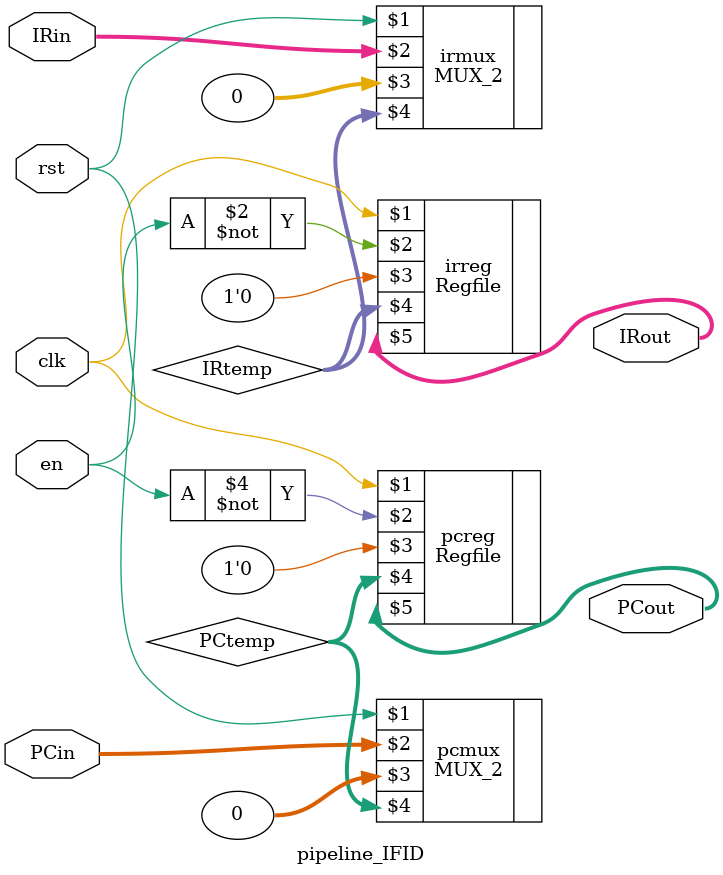
<source format=v>
`timescale 1ns / 1ps
module pipeline_IFID(
    input clk,rst,en,
    input [31:0]IRin,PCin,
    output  [31:0]IRout,PCout
    );
    wire [31:0]IRtemp,PCtemp;
    
    MUX_2 #(32)irmux(rst,IRin,0,IRtemp); 
    /*
	module Regfile(clk,en,clr,din,dout);
	parameter SIZE=32;	//寄存器位数
	input	clk;
	input	en,clr;	//使能端，清零
	input	[SIZE-1:0]din;	//输入
	output	reg	[SIZE-1:0]dout;	//输出
    */
    Regfile irreg(clk,~en,1'b0,IRtemp,IRout);
    
    MUX_2 #(32)pcmux(rst,PCin,0,PCtemp); 
    Regfile pcreg(clk,~en,1'b0,PCtemp,PCout);
    
endmodule


</source>
